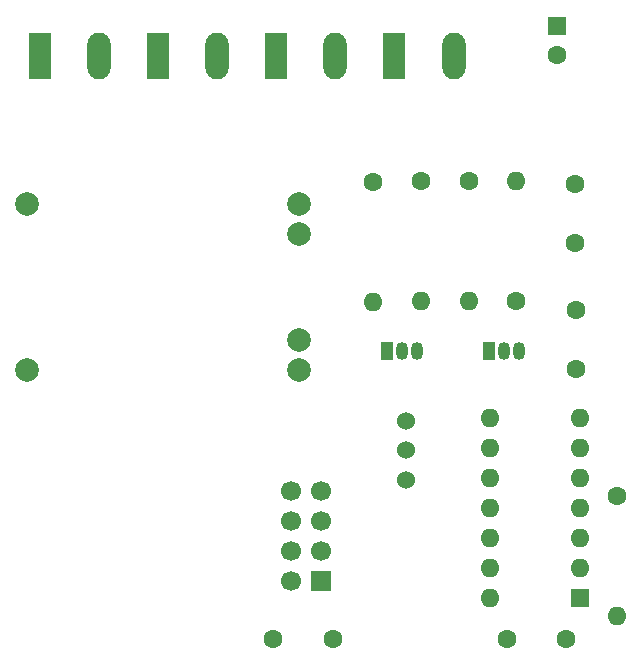
<source format=gts>
%TF.GenerationSoftware,KiCad,Pcbnew,7.0.1*%
%TF.CreationDate,2023-05-21T03:30:21+02:00*%
%TF.ProjectId,Auto_plant_Backup,4175746f-5f70-46c6-916e-745f4261636b,rev?*%
%TF.SameCoordinates,Original*%
%TF.FileFunction,Soldermask,Top*%
%TF.FilePolarity,Negative*%
%FSLAX46Y46*%
G04 Gerber Fmt 4.6, Leading zero omitted, Abs format (unit mm)*
G04 Created by KiCad (PCBNEW 7.0.1) date 2023-05-21 03:30:21*
%MOMM*%
%LPD*%
G01*
G04 APERTURE LIST*
%ADD10R,1.600000X1.600000*%
%ADD11C,1.600000*%
%ADD12O,1.980000X3.960000*%
%ADD13R,1.980000X3.960000*%
%ADD14O,1.600000X1.600000*%
%ADD15C,1.524000*%
%ADD16R,1.700000X1.700000*%
%ADD17C,1.700000*%
%ADD18R,1.050000X1.500000*%
%ADD19O,1.050000X1.500000*%
%ADD20C,2.000000*%
G04 APERTURE END LIST*
D10*
%TO.C,22uf*%
X164800000Y-71117621D03*
D11*
X164800000Y-73617621D03*
%TD*%
D12*
%TO.C,+*%
X156000000Y-73660000D03*
D13*
X151000000Y-73660000D03*
%TD*%
%TO.C,+*%
X141000000Y-73660000D03*
D12*
X146000000Y-73660000D03*
%TD*%
%TO.C,+*%
X136000000Y-73660000D03*
D13*
X131000000Y-73660000D03*
%TD*%
D12*
%TO.C,-*%
X126000000Y-73660000D03*
D13*
X121000000Y-73660000D03*
%TD*%
D11*
%TO.C,2.7*%
X149225000Y-84328000D03*
D14*
X149225000Y-94488000D03*
%TD*%
D11*
%TO.C,C4*%
X165517200Y-123037600D03*
X160517200Y-123037600D03*
%TD*%
D15*
%TO.C,SW2*%
X151942800Y-109571800D03*
X151942800Y-107071800D03*
X151942800Y-104571800D03*
%TD*%
D16*
%TO.C,NRF24L01*%
X144780000Y-118110000D03*
D17*
X142240000Y-118110000D03*
X144780000Y-115570000D03*
X142240000Y-115570000D03*
X144780000Y-113030000D03*
X142240000Y-113030000D03*
X144780000Y-110490000D03*
X142240000Y-110490000D03*
%TD*%
D11*
%TO.C,10*%
X153238200Y-84277200D03*
D14*
X153238200Y-94437200D03*
%TD*%
D11*
%TO.C,C2*%
X166351600Y-100177600D03*
X166351600Y-95177600D03*
%TD*%
%TO.C,10*%
X161315400Y-94437200D03*
D14*
X161315400Y-84277200D03*
%TD*%
D11*
%TO.C,100nf*%
X140756000Y-123037600D03*
X145756000Y-123037600D03*
%TD*%
D18*
%TO.C,3.3V*%
X159004000Y-98701800D03*
D19*
X160274000Y-98701800D03*
X161544000Y-98701800D03*
%TD*%
D11*
%TO.C,4.7*%
X157302200Y-84277200D03*
D14*
X157302200Y-94437200D03*
%TD*%
D20*
%TO.C,TP4056*%
X119897300Y-86250000D03*
X119897300Y-100250000D03*
X142897300Y-86250000D03*
X142897300Y-100250000D03*
X142897300Y-88790000D03*
X142897300Y-97710000D03*
%TD*%
D11*
%TO.C,10*%
X169850000Y-110920000D03*
D14*
X169850000Y-121080000D03*
%TD*%
%TO.C,ATtiny84*%
X166715600Y-111968200D03*
X159095600Y-119588200D03*
X159095600Y-117048200D03*
X159095600Y-114508200D03*
X159095600Y-111968200D03*
X159095600Y-109428200D03*
X159095600Y-106888200D03*
X159095600Y-104348200D03*
X166715600Y-104348200D03*
X166715600Y-106888200D03*
X166715600Y-109428200D03*
X166715600Y-114508200D03*
X166715600Y-117048200D03*
D10*
X166715600Y-119588200D03*
%TD*%
D11*
%TO.C,C1*%
X166250000Y-89509600D03*
X166250000Y-84509600D03*
%TD*%
D18*
%TO.C,PN2222A*%
X150368000Y-98706200D03*
D19*
X151638000Y-98706200D03*
X152908000Y-98706200D03*
%TD*%
M02*

</source>
